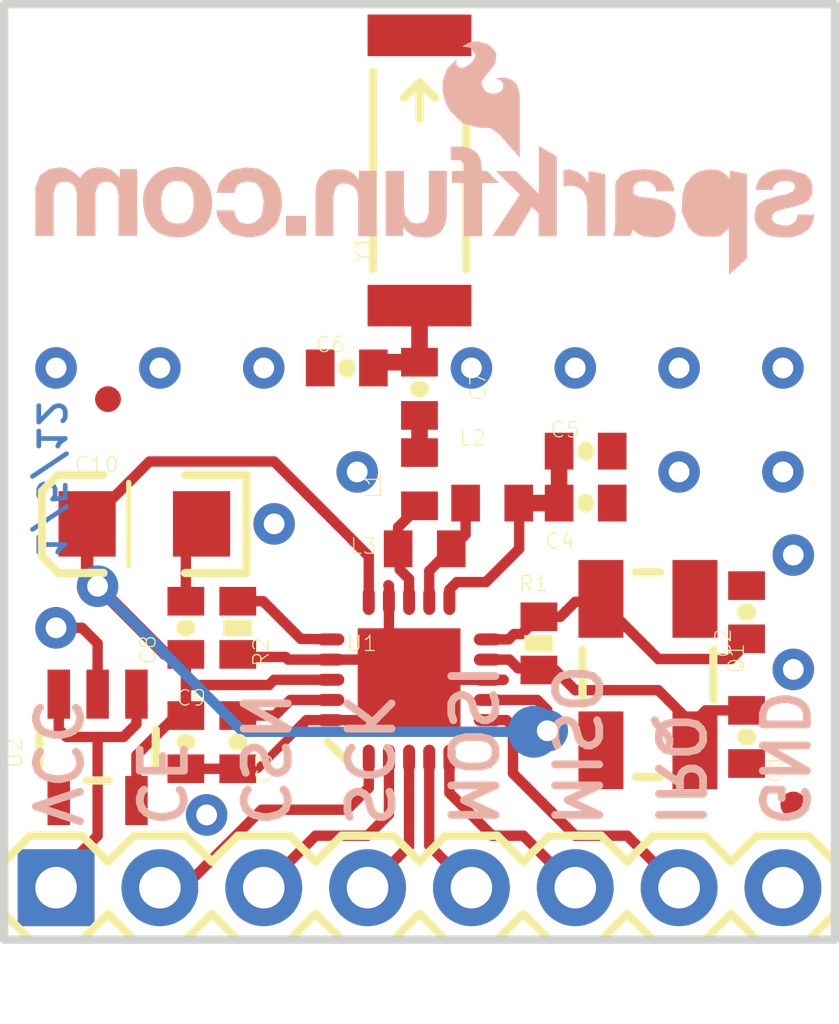
<source format=kicad_pcb>
(kicad_pcb (version 20211014) (generator pcbnew)
  (layers (0 "F.Cu" signal) (31 "B.Cu" signal) (34 "B.Paste" user) (35 "F.Paste" user) (36 "B.SilkS" user "B.Silkscreen") (37 "F.SilkS" user "F.Silkscreen") (38 "B.Mask" user) (39 "F.Mask" user) (44 "Edge.Cuts" user))
  (net 0 "")
  (net 1 "GND")
  (net 2 "VCC")
  (net 3 "N$1")
  (net 4 "N$2")
  (net 5 "N$6")
  (net 6 "N$7")
  (net 7 "N$4")
  (net 8 "N$5")
  (net 9 "ANT")
  (net 10 "N$3")
  (net 11 "N$9")
  (net 12 "CE")
  (net 13 "CSN")
  (net 14 "SCK")
  (net 15 "MOSI")
  (net 16 "MISO")
  (net 17 "IQR")
  (net 18 "RAW")
  (footprint "boardEagle:C0402" (layer "F.Cu") (at 150.2791 105.7656 180)
    (fp_text reference "L2" (at 0.127 1.5875) (layer "F.SilkS") (effects (font (size 0.376489 0.376489) (thickness 0.029911)) (justify right)))
    (fp_text value "2.7nH")
    (pad "1" smd rect (at -0.65 0 180) (size 0.7 0.9) (layers "F.Cu" "F.Paste" "F.Mask") (net 6 "N$7"))
    (pad "2" smd rect (at 0.65 0 180) (size 0.7 0.9) (layers "F.Cu" "F.Paste" "F.Mask") (net 10 "N$3"))
  )
  (footprint "boardEagle:EIA3216" (layer "F.Cu") (at 141.7701 106.2736 180)
    (fp_text reference "C10" (at 1.733 1.445) (layer "F.SilkS") (effects (font (size 0.376489 0.376489) (thickness 0.029911)) (justify left)))
    (fp_text value "10uF")
    (pad "A" smd rect (at 1.4 0 270) (size 1.6 1.4) (layers "F.Cu" "F.Paste" "F.Mask") (net 2 "VCC"))
    (pad "C" smd rect (at -1.4 0 270) (size 1.6 1.4) (layers "F.Cu" "F.Paste" "F.Mask") (net 1 "GND"))
  )
  (footprint "boardEagle:0402-RES" (layer "F.Cu") (at 151.4221 109.1946 90)
    (fp_text reference "R1" (at 1.4605 0.254) (layer "F.SilkS") (effects (font (size 0.376489 0.376489) (thickness 0.029911)) (justify right)))
    (fp_text value "1M")
    (pad "1" smd rect (at -0.65 0 90) (size 0.7 0.9) (layers "F.Cu" "F.Paste" "F.Mask") (net 3 "N$1"))
    (pad "2" smd rect (at 0.65 0 90) (size 0.7 0.9) (layers "F.Cu" "F.Paste" "F.Mask") (net 4 "N$2"))
  )
  (footprint "boardEagle:CRYSTAL-SMD-5X3" (layer "F.Cu") (at 154.0891 109.9566 90)
    (fp_text reference "Q1" (at 0 2.159 90) (layer "F.SilkS") (effects (font (size 0.376489 0.376489) (thickness 0.029911)) (justify left)))
    (fp_text value "16MHz")
    (pad "1" smd rect (at -1.85 1.15 90) (size 1.9 1.1) (layers "F.Cu" "F.Paste" "F.Mask") (net 3 "N$1"))
    (pad "2" smd rect (at 1.85 1.15 90) (size 1.9 1.1) (layers "F.Cu" "F.Paste" "F.Mask"))
    (pad "3" smd rect (at 1.85 -1.15 90) (size 1.9 1.1) (layers "F.Cu" "F.Paste" "F.Mask") (net 4 "N$2"))
    (pad "4" smd rect (at -1.85 -1.15 90) (size 1.9 1.1) (layers "F.Cu" "F.Paste" "F.Mask"))
  )
  (footprint "boardEagle:MICRO-FIDUCIAL" (layer "F.Cu") (at 157.6451 113.1316)
    (fp_text reference "JP3" hide)
    (fp_text value "FIDUCIALUFIDUCIAL" hide)
    (pad "1" smd roundrect (at 0 0) (size 0.635 0.635) (layers "F.Cu" "F.Mask") (roundrect_rratio 0.5))
  )
  (footprint "boardEagle:0402-CAP" (layer "F.Cu") (at 144.0561 111.6076 -90)
    (fp_text reference "C3" (at 0.254 -0.6477 90) (layer "F.SilkS") (effects (font (size 0.376489 0.376489) (thickness 0.029911)) (justify right)))
    (fp_text value "33nF")
    (pad "1" smd rect (at -0.65 0 270) (size 0.7 0.9) (layers "F.Cu" "F.Paste" "F.Mask") (net 8 "N$5"))
    (pad "2" smd rect (at 0.65 0 270) (size 0.7 0.9) (layers "F.Cu" "F.Paste" "F.Mask") (net 1 "GND"))
  )
  (footprint "boardEagle:0402-CAP" (layer "F.Cu") (at 148.5005 102.9732 90)
    (fp_text reference "C7" (at -0.3302 1.4351 90) (layer "F.SilkS") (effects (font (size 0.376489 0.376489) (thickness 0.029911)) (justify left)))
    (fp_text value "1.5pF")
    (pad "1" smd rect (at -0.65 0 90) (size 0.7 0.9) (layers "F.Cu" "F.Paste" "F.Mask") (net 11 "N$9"))
    (pad "2" smd rect (at 0.65 0 90) (size 0.7 0.9) (layers "F.Cu" "F.Paste" "F.Mask") (net 9 "ANT"))
  )
  (footprint "boardEagle:1X08" (layer "F.Cu") (at 139.6111 115.1636)
    (fp_text reference "JP1" hide)
    (fp_text value "")
    (pad "1" thru_hole rect (at 0 0 90) (size 1.8796 1.8796) (drill 1.016) (layers *.Cu *.Mask) (net 18 "RAW"))
    (pad "2" thru_hole circle (at 2.54 0 90) (size 1.8796 1.8796) (drill 1.016) (layers *.Cu *.Mask) (net 12 "CE"))
    (pad "3" thru_hole circle (at 5.08 0 90) (size 1.8796 1.8796) (drill 1.016) (layers *.Cu *.Mask) (net 13 "CSN"))
    (pad "4" thru_hole circle (at 7.62 0 90) (size 1.8796 1.8796) (drill 1.016) (layers *.Cu *.Mask) (net 14 "SCK"))
    (pad "5" thru_hole circle (at 10.16 0 90) (size 1.8796 1.8796) (drill 1.016) (layers *.Cu *.Mask) (net 15 "MOSI"))
    (pad "6" thru_hole circle (at 12.7 0 90) (size 1.8796 1.8796) (drill 1.016) (layers *.Cu *.Mask) (net 16 "MISO"))
    (pad "7" thru_hole circle (at 15.24 0 90) (size 1.8796 1.8796) (drill 1.016) (layers *.Cu *.Mask) (net 17 "IQR"))
    (pad "8" thru_hole circle (at 17.78 0 90) (size 1.8796 1.8796) (drill 1.016) (layers *.Cu *.Mask) (net 1 "GND"))
  )
  (footprint "boardEagle:0402-CAP" (layer "F.Cu") (at 152.5653 105.7655)
    (fp_text reference "C4" (at -1.016 0.9271) (layer "F.SilkS") (effects (font (size 0.376489 0.376489) (thickness 0.029911)) (justify left)))
    (fp_text value "2.2nF")
    (pad "1" smd rect (at -0.65 0) (size 0.7 0.9) (layers "F.Cu" "F.Paste" "F.Mask") (net 6 "N$7"))
    (pad "2" smd rect (at 0.65 0) (size 0.7 0.9) (layers "F.Cu" "F.Paste" "F.Mask") (net 1 "GND"))
  )
  (footprint "boardEagle:QFN20_ALT1" (layer "F.Cu") (at 148.2464 110.083 90)
    (fp_text reference "U1" (at 0.8877 -0.7619) (layer "F.SilkS") (effects (font (size 0.376489 0.376489) (thickness 0.029911)) (justify right)))
    (fp_text value "NRF24L01ALT1")
    (pad "0" smd rect (at 0 0 270) (size 2.5146 2.5146) (layers "F.Cu" "F.Mask") (net 1 "GND"))
    (pad "1" smd roundrect (at -1.9254 -0.9863 90) (size 0.6858 0.2934) (layers "F.Cu" "F.Paste" "F.Mask") (roundrect_rratio 0.5) (net 12 "CE"))
    (pad "2" smd roundrect (at -1.9254 -0.4931 90) (size 0.6858 0.2934) (layers "F.Cu" "F.Paste" "F.Mask") (roundrect_rratio 0.5) (net 13 "CSN"))
    (pad "3" smd roundrect (at -1.9254 0 90) (size 0.6858 0.2934) (layers "F.Cu" "F.Paste" "F.Mask") (roundrect_rratio 0.5) (net 14 "SCK"))
    (pad "4" smd roundrect (at -1.9254 0.4931 90) (size 0.6858 0.2934) (layers "F.Cu" "F.Paste" "F.Mask") (roundrect_rratio 0.5) (net 15 "MOSI"))
    (pad "5" smd roundrect (at -1.9254 0.9863 270) (size 0.6858 0.2934) (layers "F.Cu" "F.Paste" "F.Mask") (roundrect_rratio 0.5) (net 16 "MISO"))
    (pad "6" smd roundrect (at -0.9863 1.9254) (size 0.6858 0.2934) (layers "F.Cu" "F.Paste" "F.Mask") (roundrect_rratio 0.5) (net 17 "IQR"))
    (pad "7" smd roundrect (at -0.4931 1.9254) (size 0.6858 0.2934) (layers "F.Cu" "F.Paste" "F.Mask") (roundrect_rratio 0.5) (net 2 "VCC"))
    (pad "8" smd roundrect (at 0 1.9254) (size 0.6858 0.2934) (layers "F.Cu" "F.Paste" "F.Mask") (roundrect_rratio 0.5) (net 1 "GND"))
    (pad "9" smd roundrect (at 0.4931 1.9254 180) (size 0.6858 0.2934) (layers "F.Cu" "F.Paste" "F.Mask") (roundrect_rratio 0.5) (net 3 "N$1"))
    (pad "10" smd roundrect (at 0.9863 1.9254 180) (size 0.6858 0.2934) (layers "F.Cu" "F.Paste" "F.Mask") (roundrect_rratio 0.5) (net 4 "N$2"))
    (pad "11" smd roundrect (at 1.9254 0.9862 270) (size 0.6858 0.2934) (layers "F.Cu" "F.Paste" "F.Mask") (roundrect_rratio 0.5) (net 6 "N$7"))
    (pad "12" smd roundrect (at 1.9254 0.4931 270) (size 0.6858 0.2934) (layers "F.Cu" "F.Paste" "F.Mask") (roundrect_rratio 0.5) (net 10 "N$3"))
    (pad "13" smd roundrect (at 1.9254 0 90) (size 0.6858 0.2934) (layers "F.Cu" "F.Paste" "F.Mask") (roundrect_rratio 0.5) (net 5 "N$6"))
    (pad "14" smd roundrect (at 1.9254 -0.4931 90) (size 0.6858 0.2934) (layers "F.Cu" "F.Paste" "F.Mask") (roundrect_rratio 0.5) (net 1 "GND"))
    (pad "15" smd roundrect (at 1.9254 -0.9863 90) (size 0.6858 0.2934) (layers "F.Cu" "F.Paste" "F.Mask") (roundrect_rratio 0.5) (net 2 "VCC"))
    (pad "16" smd roundrect (at 0.9863 -1.9254 180) (size 0.6858 0.2934) (layers "F.Cu" "F.Paste" "F.Mask") (roundrect_rratio 0.5) (net 7 "N$4"))
    (pad "17" smd roundrect (at 0.4931 -1.9254) (size 0.6858 0.2934) (layers "F.Cu" "F.Paste" "F.Mask") (roundrect_rratio 0.5) (net 1 "GND"))
    (pad "18" smd roundrect (at 0 -1.9254 180) (size 0.6858 0.2934) (layers "F.Cu" "F.Paste" "F.Mask") (roundrect_rratio 0.5) (net 2 "VCC"))
    (pad "19" smd roundrect (at -0.4932 -1.9254 180) (size 0.6858 0.2934) (layers "F.Cu" "F.Paste" "F.Mask") (roundrect_rratio 0.5) (net 8 "N$5"))
    (pad "20" smd roundrect (at -0.9863 -1.9254 180) (size 0.6858 0.2934) (layers "F.Cu" "F.Paste" "F.Mask") (roundrect_rratio 0.5) (net 1 "GND"))
  )
  (footprint "boardEagle:0402-CAP" (layer "F.Cu") (at 146.7231 102.4636)
    (fp_text reference "C6" (at -0.7874 -0.5715) (layer "F.SilkS") (effects (font (size 0.376489 0.376489) (thickness 0.029911)) (justify left)))
    (fp_text value "1.0pF")
    (pad "1" smd rect (at -0.65 0) (size 0.7 0.9) (layers "F.Cu" "F.Paste" "F.Mask") (net 1 "GND"))
    (pad "2" smd rect (at 0.65 0) (size 0.7 0.9) (layers "F.Cu" "F.Paste" "F.Mask") (net 9 "ANT"))
  )
  (footprint "boardEagle:ANTENNA-CHIP5" (layer "F.Cu") (at 148.5014 97.6377 90)
    (fp_text reference "Y1" (at -2.286 -1.397 90) (layer "F.SilkS") (effects (font (size 0.376489 0.376489) (thickness 0.029911)) (justify left)))
    (fp_text value "ANTENNA2SMD5")
    (pad "FEED" smd rect (at -3.302 0 270) (size 1.016 2.54) (layers "F.Cu" "F.Paste" "F.Mask") (net 9 "ANT"))
    (pad "NC" smd rect (at 3.302 0 270) (size 1.016 2.54) (layers "F.Cu" "F.Paste" "F.Mask"))
  )
  (footprint "boardEagle:PAD-0.008" (layer "F.Cu") (at 150.5585 110.0836)
    (fp_text reference "U$4" hide)
    (fp_text value "PAD" hide)
    (pad "P$1" smd roundrect (at 0 0) (size 0.2032 0.2032) (layers "F.Cu") (roundrect_rratio 0.5) (net 1 "GND"))
  )
  (footprint "boardEagle:SOT23-5" (layer "F.Cu") (at 140.6271 111.7346 180)
    (fp_text reference "U2" (at 2.032 0.254 90) (layer "F.SilkS") (effects (font (size 0.376489 0.376489) (thickness 0.029911)) (justify right)))
    (fp_text value "3.3V")
    (pad "1" smd rect (at -0.95 1.3001 180) (size 0.55 1.2) (layers "F.Cu" "F.Paste" "F.Mask") (net 18 "RAW"))
    (pad "2" smd rect (at 0 1.3001 180) (size 0.55 1.2) (layers "F.Cu" "F.Paste" "F.Mask") (net 1 "GND"))
    (pad "3" smd rect (at 0.95 1.3001 180) (size 0.55 1.2) (layers "F.Cu" "F.Paste" "F.Mask") (net 18 "RAW"))
    (pad "4" smd rect (at 0.95 -1.3001 180) (size 0.55 1.2) (layers "F.Cu" "F.Paste" "F.Mask"))
    (pad "5" smd rect (at -0.95 -1.3001 180) (size 0.55 1.2) (layers "F.Cu" "F.Paste" "F.Mask") (net 2 "VCC"))
  )
  (footprint "boardEagle:0402-CAP" (layer "F.Cu") (at 156.5021 108.4326 90)
    (fp_text reference "C2" (at -1.143 -0.5715 90) (layer "F.SilkS") (effects (font (size 0.376489 0.376489) (thickness 0.029911)) (justify left)))
    (fp_text value "22pF")
    (pad "1" smd rect (at -0.65 0 90) (size 0.7 0.9) (layers "F.Cu" "F.Paste" "F.Mask") (net 4 "N$2"))
    (pad "2" smd rect (at 0.65 0 90) (size 0.7 0.9) (layers "F.Cu" "F.Paste" "F.Mask") (net 1 "GND"))
  )
  (footprint "boardEagle:0402-RES" (layer "F.Cu") (at 144.0561 108.8136 -90)
    (fp_text reference "R2" (at 0.2032 -0.5715 90) (layer "F.SilkS") (effects (font (size 0.376489 0.376489) (thickness 0.029911)) (justify right)))
    (fp_text value "22K")
    (pad "1" smd rect (at -0.65 0 270) (size 0.7 0.9) (layers "F.Cu" "F.Paste" "F.Mask") (net 7 "N$4"))
    (pad "2" smd rect (at 0.65 0 270) (size 0.7 0.9) (layers "F.Cu" "F.Paste" "F.Mask") (net 1 "GND"))
  )
  (footprint "boardEagle:C0402" (layer "F.Cu") (at 148.6281 106.8832 180)
    (fp_text reference "L3" (at 1.143 0.0635) (layer "F.SilkS") (effects (font (size 0.376489 0.376489) (thickness 0.029911)) (justify right)))
    (fp_text value "8.2nH")
    (pad "1" smd rect (at -0.65 0 180) (size 0.7 0.9) (layers "F.Cu" "F.Paste" "F.Mask") (net 10 "N$3"))
    (pad "2" smd rect (at 0.65 0 180) (size 0.7 0.9) (layers "F.Cu" "F.Paste" "F.Mask") (net 5 "N$6"))
  )
  (footprint "boardEagle:0402-CAP" (layer "F.Cu") (at 152.5651 104.4962)
    (fp_text reference "C5" (at -0.889 -0.5207) (layer "F.SilkS") (effects (font (size 0.376489 0.376489) (thickness 0.029911)) (justify left)))
    (fp_text value "4.7pF")
    (pad "1" smd rect (at -0.65 0) (size 0.7 0.9) (layers "F.Cu" "F.Paste" "F.Mask") (net 6 "N$7"))
    (pad "2" smd rect (at 0.65 0) (size 0.7 0.9) (layers "F.Cu" "F.Paste" "F.Mask") (net 1 "GND"))
  )
  (footprint "boardEagle:C0402" (layer "F.Cu") (at 148.5014 105.1821 90)
    (fp_text reference "L1" (at -0.508 -1.1303 90) (layer "F.SilkS") (effects (font (size 0.376489 0.376489) (thickness 0.029911)) (justify left)))
    (fp_text value "3.9nH")
    (pad "1" smd rect (at -0.65 0 90) (size 0.7 0.9) (layers "F.Cu" "F.Paste" "F.Mask") (net 5 "N$6"))
    (pad "2" smd rect (at 0.65 0 90) (size 0.7 0.9) (layers "F.Cu" "F.Paste" "F.Mask") (net 11 "N$9"))
  )
  (footprint "boardEagle:0402-CAP" (layer "F.Cu") (at 142.7861 108.8136 -90)
    (fp_text reference "C8" (at 0.1524 0.9271 90) (layer "F.SilkS") (effects (font (size 0.376489 0.376489) (thickness 0.029911)) (justify right)))
    (fp_text value "10nF")
    (pad "1" smd rect (at -0.65 0 270) (size 0.7 0.9) (layers "F.Cu" "F.Paste" "F.Mask") (net 1 "GND"))
    (pad "2" smd rect (at 0.65 0 270) (size 0.7 0.9) (layers "F.Cu" "F.Paste" "F.Mask") (net 2 "VCC"))
  )
  (footprint "boardEagle:MICRO-FIDUCIAL" (layer "F.Cu") (at 140.8811 103.2256)
    (fp_text reference "JP2" hide)
    (fp_text value "FIDUCIALUFIDUCIAL" hide)
    (pad "1" smd roundrect (at 0 0) (size 0.635 0.635) (layers "F.Cu" "F.Mask") (roundrect_rratio 0.5))
  )
  (footprint "boardEagle:0402-CAP" (layer "F.Cu") (at 142.7861 111.6076 90)
    (fp_text reference "C9" (at 1.0795 -0.254) (layer "F.SilkS") (effects (font (size 0.376489 0.376489) (thickness 0.029911)) (justify left)))
    (fp_text value "1nF")
    (pad "1" smd rect (at -0.65 0 90) (size 0.7 0.9) (layers "F.Cu" "F.Paste" "F.Mask") (net 1 "GND"))
    (pad "2" smd rect (at 0.65 0 90) (size 0.7 0.9) (layers "F.Cu" "F.Paste" "F.Mask") (net 2 "VCC"))
  )
  (footprint "boardEagle:0402-CAP" (layer "F.Cu") (at 156.5021 111.4806 -90)
    (fp_text reference "C1" (at 0.381 -0.6985 90) (layer "F.SilkS") (effects (font (size 0.376489 0.376489) (thickness 0.029911)) (justify right)))
    (fp_text value "22pF")
    (pad "1" smd rect (at -0.65 0 270) (size 0.7 0.9) (layers "F.Cu" "F.Paste" "F.Mask") (net 3 "N$1"))
    (pad "2" smd rect (at 0.65 0 270) (size 0.7 0.9) (layers "F.Cu" "F.Paste" "F.Mask") (net 1 "GND"))
  )
  (footprint "boardEagle:PAD-0.008" (layer "F.Cu") (at 147.7391 107.7722)
    (fp_text reference "U$1" hide)
    (fp_text value "PAD" hide)
    (pad "P$1" smd roundrect (at 0 0) (size 0.2032 0.2032) (layers "F.Cu") (roundrect_rratio 0.5) (net 1 "GND"))
  )
  (footprint "boardEagle:PAD.03X.05" (layer "B.Cu") (at 151.2951 111.3536 180)
    (fp_text reference "TP1" hide)
    (fp_text value "" hide)
    (pad "P$1" smd roundrect (at 0 0 180) (size 1.27 1.27) (layers "B.Cu" "B.Mask") (roundrect_rratio 0.5) (net 2 "VCC"))
  )
  (footprint "boardEagle:SFE-NEW-WEBLOGO" (layer "B.Cu") (at 158.1531 100.1776 180)
    (fp_text reference "U$5" hide)
    (fp_text value "LOGO-SFENEW" hide)
  )
  (gr_line (start 158.6611 93.5736) (end 138.3411 93.5736) (layer "Edge.Cuts") (width 0.2032))
  (gr_line (start 138.3411 116.4336) (end 158.6611 116.4336) (layer "Edge.Cuts") (width 0.2032))
  (gr_line (start 138.3411 93.5736) (end 138.3411 116.4336) (layer "Edge.Cuts") (width 0.2032))
  (gr_line (start 158.6611 116.4336) (end 158.6611 93.5736) (layer "Edge.Cuts") (width 0.2032))
  (gr_text "1/5/12" (at 139.1031 107.1626 -90) (layer "B.Cu") (effects (font (size 0.6477 0.6477) (thickness 0.1143)) (justify left bottom mirror)))
  (gr_text "VCC" (at 138.9761 113.7666 -90) (layer "B.SilkS") (effects (font (size 1.0795 1.0795) (thickness 0.1905)) (justify left bottom mirror)))
  (gr_text "CE" (at 141.5161 113.7666 -90) (layer "B.SilkS") (effects (font (size 1.0795 1.0795) (thickness 0.1905)) (justify left bottom mirror)))
  (gr_text "MISO" (at 151.6761 113.7666 -90) (layer "B.SilkS") (effects (font (size 1.0795 1.0795) (thickness 0.1905)) (justify left bottom mirror)))
  (gr_text "CSN" (at 144.0561 113.7666 -90) (layer "B.SilkS") (effects (font (size 1.0795 1.0795) (thickness 0.1905)) (justify left bottom mirror)))
  (gr_text "SCK" (at 146.5961 113.7666 -90) (layer "B.SilkS") (effects (font (size 1.0795 1.0795) (thickness 0.1905)) (justify left bottom mirror)))
  (gr_text "GND" (at 156.7561 113.7666 -90) (layer "B.SilkS") (effects (font (size 1.0795 1.0795) (thickness 0.1905)) (justify left bottom mirror)))
  (gr_text "MOSI" (at 149.1361 113.7666 -90) (layer "B.SilkS") (effects (font (size 1.0795 1.0795) (thickness 0.1905)) (justify left bottom mirror)))
  (gr_text "IRQ" (at 154.2161 113.7666 -90) (layer "B.SilkS") (effects (font (size 1.0795 1.0795) (thickness 0.1905)) (justify left bottom mirror)))
  (segment (start 148.2464 110.083) (end 147.7533 109.5899) (width 0.254) (layer "F.Cu") (net 1))
  (segment (start 147.7533 108.1576) (end 147.7533 107.7864) (width 0.254) (layer "F.Cu") (net 1))
  (segment (start 144.0411 112.2576) (end 144.0561 112.2426) (width 0.254) (layer "F.Cu") (net 1))
  (segment (start 142.7861 106.5276) (end 143.1701 106.2736) (width 0.254) (layer "F.Cu") (net 1))
  (segment (start 145.4531 111.3536) (end 145.7374 111.0693) (width 0.254) (layer "F.Cu") (net 1))
  (segment (start 142.7861 108.1636) (end 142.7861 106.5276) (width 0.254) (layer "F.Cu") (net 1))
  (segment (start 140.2461 108.8136) (end 139.6111 108.8136) (width 0.254) (layer "F.Cu") (net 1))
  (segment (start 150.5585 110.0836) (end 148.5011 110.0836) (width 0.254) (layer "F.Cu") (net 1))
  (segment (start 145.2245 109.5248) (end 144.1173 109.5248) (width 0.254) (layer "F.Cu") (net 1))
  (segment (start 140.6271 110.4345) (end 140.6271 109.1946) (width 0.254) (layer "F.Cu") (net 1))
  (segment (start 146.321 109.5899) (end 145.2896 109.5899) (width 0.254) (layer "F.Cu") (net 1))
  (segment (start 147.7533 109.5899) (end 146.321 109.5899) (width 0.254) (layer "F.Cu") (net 1))
  (segment (start 142.7861 112.2576) (end 144.0411 112.2576) (width 0.254) (layer "F.Cu") (net 1))
  (segment (start 144.0561 112.2426) (end 144.0561 112.2576) (width 0.254) (layer "F.Cu") (net 1))
  (segment (start 147.7533 109.5899) (end 147.7533 108.1576) (width 0.254) (layer "F.Cu") (net 1))
  (segment (start 146.321 111.0693) (end 147.2601 111.0693) (width 0.254) (layer "F.Cu") (net 1))
  (segment (start 147.2601 111.0693) (end 148.2464 110.083) (width 0.254) (layer "F.Cu") (net 1))
  (segment (start 145.7374 111.0693) (end 146.321 111.0693) (width 0.254) (layer "F.Cu") (net 1))
  (segment (start 144.1173 109.5248) (end 144.0561 109.4636) (width 0.254) (layer "F.Cu") (net 1))
  (segment (start 140.6271 109.1946) (end 140.2461 108.8136) (width 0.254) (layer "F.Cu") (net 1))
  (segment (start 144.0411 112.2576) (end 144.5491 112.2576) (width 0.2032) (layer "F.Cu") (net 1))
  (segment (start 147.7533 107.7864) (end 147.7391 107.7722) (width 0.254) (layer "F.Cu") (net 1))
  (segment (start 150.1718 110.083) (end 150.5579 110.083) (width 0.254) (layer "F.Cu") (net 1))
  (segment (start 145.2896 109.5899) (end 145.2245 109.5248) (width 0.254) (layer "F.Cu") (net 1))
  (segment (start 150.5579 110.083) (end 150.5585 110.0836) (width 0.254) (layer "F.Cu") (net 1))
  (segment (start 144.5491 112.2576) (end 145.4531 111.3536) (width 0.2032) (layer "F.Cu") (net 1))
  (via (at 139.6111 102.4636) (size 1.016) (drill 0.508) (layers "F.Cu" "B.Cu") (net 1))
  (via (at 154.8511 105.0036) (size 1.016) (drill 0.508) (layers "F.Cu" "B.Cu") (net 1))
  (via (at 157.6451 109.8296) (size 1.016) (drill 0.508) (layers "F.Cu" "B.Cu") (net 1))
  (via (at 157.3911 102.4636) (size 1.016) (drill 0.508) (layers "F.Cu" "B.Cu") (net 1))
  (via (at 146.9771 105.0036) (size 1.016) (drill 0.508) (layers "F.Cu" "B.Cu") (net 1))
  (via (at 143.2941 113.3856) (size 1.016) (drill 0.508) (layers "F.Cu" "B.Cu") (net 1))
  (via (at 157.6451 107.0356) (size 1.016) (drill 0.508) (layers "F.Cu" "B.Cu") (net 1))
  (via (at 157.3911 105.0036) (size 1.016) (drill 0.508) (layers "F.Cu" "B.Cu") (net 1))
  (via (at 139.6111 108.8136) (size 1.016) (drill 0.508) (layers "F.Cu" "B.Cu") (net 1))
  (via (at 152.3111 102.4636) (size 1.016) (drill 0.508) (layers "F.Cu" "B.Cu") (net 1))
  (via (at 149.7711 102.4636) (size 1.016) (drill 0.508) (layers "F.Cu" "B.Cu") (net 1))
  (via (at 144.9451 106.2736) (size 1.016) (drill 0.508) (layers "F.Cu" "B.Cu") (net 1))
  (via (at 154.8511 102.4636) (size 1.016) (drill 0.508) (layers "F.Cu" "B.Cu") (net 1))
  (via (at 144.6911 102.4636) (size 1.016) (drill 0.508) (layers "F.Cu" "B.Cu") (net 1))
  (via (at 142.1511 102.4636) (size 1.016) (drill 0.508) (layers "F.Cu" "B.Cu") (net 1))
  (segment (start 142.2781 109.4486) (end 140.6271 107.7976) (width 0.3048) (layer "F.Cu") (net 2))
  (segment (start 140.3731 106.2736) (end 141.8971 104.7496) (width 0.254) (layer "F.Cu") (net 2))
  (segment (start 140.3701 107.5406) (end 140.3701 106.2736) (width 0.3048) (layer "F.Cu") (net 2))
  (segment (start 142.5471 110.9576) (end 142.7861 110.9576) (width 0.254) (layer "F.Cu") (net 2))
  (segment (start 142.7861 110.2106) (end 144.8181 110.2106) (width 0.254) (layer "F.Cu") (net 2))
  (segment (start 144.9457 110.083) (end 146.321 110.083) (width 0.254) (layer "F.Cu") (net 2))
  (segment (start 144.8181 110.2106) (end 144.9457 110.083) (width 0.254) (layer "F.Cu") (net 2))
  (segment (start 144.9451 104.7496) (end 147.2601 107.0646) (width 0.254) (layer "F.Cu") (net 2))
  (segment (start 140.6271 107.7976) (end 140.3701 107.5406) (width 0.3048) (layer "F.Cu") (net 2))
  (segment (start 151.6253 111.3282) (end 151.6253 110.8202) (width 0.254) (layer "F.Cu") (net 2))
  (segment (start 142.7861 109.4486) (end 142.7861 109.4636) (width 0.3048) (layer "F.Cu") (net 2))
  (segment (start 141.5771 111.9276) (end 142.5471 110.9576) (width 0.254) (layer "F.Cu") (net 2))
  (segment (start 140.3701 106.2736) (end 140.3731 106.2736) (width 0.254) (layer "F.Cu") (net 2))
  (segment (start 142.7861 110.2106) (end 142.7861 109.4486) (width 0.254) (layer "F.Cu") (net 2))
  (segment (start 151.3812 110.5761) (end 150.1718 110.5761) (width 0.254) (layer "F.Cu") (net 2))
  (segment (start 141.8971 104.7496) (end 144.9451 104.7496) (width 0.254) (layer "F.Cu") (net 2))
  (segment (start 142.7861 110.9576) (end 142.7861 110.2106) (width 0.254) (layer "F.Cu") (net 2))
  (segment (start 151.6253 110.8202) (end 151.3812 110.5761) (width 0.254) (layer "F.Cu") (net 2))
  (segment (start 142.7861 109.4486) (end 142.2781 109.4486) (width 0.3048) (layer "F.Cu") (net 2))
  (segment (start 147.2601 107.0646) (end 147.2601 108.1576) (width 0.254) (layer "F.Cu") (net 2))
  (segment (start 141.5771 113.0347) (end 141.5771 111.9276) (width 0.254) (layer "F.Cu") (net 2))
  (via (at 151.6253 111.3282) (size 1.016) (drill 0.508) (layers "F.Cu" "B.Cu") (net 2))
  (via (at 140.6271 107.7976) (size 1.016) (drill 0.508) (layers "F.Cu" "B.Cu") (net 2))
  (segment (start 151.2951 111.3536) (end 151.4221 111.3536) (width 0.254) (layer "B.Cu") (net 2))
  (segment (start 151.4221 111.3536) (end 151.6253 111.3282) (width 0.254) (layer "B.Cu") (net 2))
  (segment (start 144.1831 111.3536) (end 151.2951 111.3536) (width 0.254) (layer "B.Cu") (net 2))
  (segment (start 140.6271 107.7976) (end 144.1831 111.3536) (width 0.254) (layer "B.Cu") (net 2))
  (segment (start 151.4221 109.8446) (end 151.8181 109.8446) (width 0.254) (layer "F.Cu") (net 3))
  (segment (start 155.1686 111.1631) (end 155.2321 111.2266) (width 0.254) (layer "F.Cu") (net 3))
  (segment (start 150.1718 109.5899) (end 150.6998 109.5899) (width 0.254) (layer "F.Cu") (net 3))
  (segment (start 151.4221 109.8446) (end 151.4221 109.8296) (width 0.254) (layer "F.Cu") (net 3))
  (segment (start 155.5011 110.8306) (end 156.5021 110.8306) (width 0.254) (layer "F.Cu") (net 3))
  (segment (start 155.2321 111.2266) (end 155.2321 111.4806) (width 0.254) (layer "F.Cu") (net 3))
  (segment (start 155.2321 111.7346) (end 155.2391 111.7416) (width 0.254) (layer "F.Cu") (net 3))
  (segment (start 155.2321 111.4806) (end 155.2321 111.7346) (width 0.254) (layer "F.Cu") (net 3))
  (segment (start 155.3591 111.4806) (end 155.6281 111.2116) (width 0.254) (layer "F.Cu") (net 3))
  (segment (start 155.2321 111.4806) (end 155.3591 111.4806) (width 0.254) (layer "F.Cu") (net 3))
  (segment (start 151.3817 109.8042) (end 151.4221 109.8446) (width 0.254) (layer "F.Cu") (net 3))
  (segment (start 155.2391 111.7416) (end 155.2391 111.8066) (width 0.254) (layer "F.Cu") (net 3))
  (segment (start 150.6998 109.5899) (end 150.9141 109.8042) (width 0.254) (layer "F.Cu") (net 3))
  (segment (start 151.8181 109.8446) (end 152.3111 110.3376) (width 0.254) (layer "F.Cu") (net 3))
  (segment (start 155.1686 111.1631) (end 155.5011 110.8306) (width 0.254) (layer "F.Cu") (net 3))
  (segment (start 150.9141 109.8042) (end 151.3817 109.8042) (width 0.254) (layer "F.Cu") (net 3))
  (segment (start 152.3111 110.3376) (end 154.3431 110.3376) (width 0.254) (layer "F.Cu") (net 3))
  (segment (start 155.1686 111.1631) (end 155.1051 111.2266) (width 0.254) (layer "F.Cu") (net 3))
  (segment (start 154.3431 110.3376) (end 155.1686 111.1631) (width 0.254) (layer "F.Cu") (net 3))
  (segment (start 152.8191 108.1786) (end 152.9391 108.0586) (width 0.254) (layer "F.Cu") (net 4))
  (segment (start 156.5021 109.1946) (end 156.5021 109.0826) (width 0.254) (layer "F.Cu") (net 4))
  (segment (start 152.9391 108.0586) (end 152.9391 108.1066) (width 0.254) (layer "F.Cu") (net 4))
  (segment (start 154.3431 109.5756) (end 156.1211 109.5756) (width 0.254) (layer "F.Cu") (net 4))
  (segment (start 152.9391 108.1716) (end 154.3431 109.5756) (width 0.254) (layer "F.Cu") (net 4))
  (segment (start 151.0007 108.966) (end 151.4221 108.5446) (width 0.254) (layer "F.Cu") (net 4))
  (segment (start 151.4221 108.5446) (end 151.9451 108.5446) (width 0.254) (layer "F.Cu") (net 4))
  (segment (start 151.9451 108.5446) (end 152.3111 108.1786) (width 0.254) (layer "F.Cu") (net 4))
  (segment (start 152.3111 108.1786) (end 152.8191 108.1786) (width 0.254) (layer "F.Cu") (net 4))
  (segment (start 152.9461 108.0516) (end 152.9461 107.6706) (width 0.254) (layer "F.Cu") (net 4))
  (segment (start 152.9391 108.0586) (end 152.9461 108.0516) (width 0.254) (layer "F.Cu") (net 4))
  (segment (start 156.1211 109.5756) (end 156.5021 109.1946) (width 0.254) (layer "F.Cu") (net 4))
  (segment (start 150.1718 109.0967) (end 150.6818 109.0967) (width 0.254) (layer "F.Cu") (net 4))
  (segment (start 152.9391 108.1066) (end 152.9391 108.1716) (width 0.254) (layer "F.Cu") (net 4))
  (segment (start 150.8125 108.966) (end 151.0007 108.966) (width 0.254) (layer "F.Cu") (net 4))
  (segment (start 150.6818 109.0967) (end 150.8125 108.966) (width 0.254) (layer "F.Cu") (net 4))
  (segment (start 148.0185 106.9236) (end 147.9781 106.8832) (width 0.254) (layer "F.Cu") (net 5))
  (segment (start 147.9781 106.8832) (end 147.9781 106.3554) (width 0.254) (layer "F.Cu") (net 5))
  (segment (start 148.2464 108.1576) (end 148.2464 107.6191) (width 0.254) (layer "F.Cu") (net 5))
  (segment (start 148.2464 107.6191) (end 148.0185 107.3912) (width 0.254) (layer "F.Cu") (net 5))
  (segment (start 148.0185 107.3912) (end 148.0185 106.9236) (width 0.254) (layer "F.Cu") (net 5))
  (segment (start 147.9781 106.3554) (end 148.5014 105.8321) (width 0.254) (layer "F.Cu") (net 5))
  (segment (start 149.2326 108.1576) (end 149.2326 107.8789) (width 0.254) (layer "F.Cu") (net 6))
  (segment (start 151.9151 105.7835) (end 151.9151 104.4962) (width 0.4064) (layer "F.Cu") (net 6))
  (segment (start 151.9301 105.7656) (end 151.93 105.7655) (width 0.4064) (layer "F.Cu") (net 6))
  (segment (start 151.93 105.7655) (end 151.9153 105.7655) (width 0.4064) (layer "F.Cu") (net 6))
  (segment (start 150.1267 107.696) (end 150.9395 106.8832) (width 0.254) (layer "F.Cu") (net 6))
  (segment (start 149.4155 107.696) (end 150.1267 107.696) (width 0.254) (layer "F.Cu") (net 6))
  (segment (start 151.9153 105.7655) (end 151.9153 105.7833) (width 0.2032) (layer "F.Cu") (net 6))
  (segment (start 149.2326 107.8789) (end 149.4155 107.696) (width 0.254) (layer "F.Cu") (net 6))
  (segment (start 151.9151 105.7835) (end 151.915 105.7836) (width 0.2032) (layer "F.Cu") (net 6))
  (segment (start 150.9395 106.8832) (end 150.9395 105.776) (width 0.254) (layer "F.Cu") (net 6))
  (segment (start 150.9291 105.7656) (end 151.9301 105.7656) (width 0.4064) (layer "F.Cu") (net 6))
  (segment (start 151.9153 105.7833) (end 151.9151 105.7835) (width 0.2032) (layer "F.Cu") (net 6))
  (segment (start 150.9395 105.776) (end 150.9291 105.7656) (width 0.254) (layer "F.Cu") (net 6))
  (segment (start 145.5955 109.083) (end 146.321 109.0967) (width 0.254) (layer "F.Cu") (net 7))
  (segment (start 145.5955 109.083) (end 144.6761 108.1636) (width 0.254) (layer "F.Cu") (net 7))
  (segment (start 144.6761 108.1636) (end 144.0561 108.1636) (width 0.254) (layer "F.Cu") (net 7))
  (segment (start 144.9601 110.9576) (end 145.3415 110.5762) (width 0.254) (layer "F.Cu") (net 8))
  (segment (start 145.3415 110.5762) (end 146.321 110.5762) (width 0.254) (layer "F.Cu") (net 8))
  (segment (start 144.0561 110.9576) (end 144.9601 110.9576) (width 0.254) (layer "F.Cu") (net 8))
  (segment (start 148.5005 102.3232) (end 148.5005 102.2102) (width 0.4064) (layer "F.Cu") (net 9))
  (segment (start 148.5005 102.2102) (end 148.5014 102.2093) (width 0.4064) (layer "F.Cu") (net 9))
  (segment (start 147.6255 102.3232) (end 148.5005 102.3232) (width 0.4064) (layer "F.Cu") (net 9))
  (segment (start 147.3731 102.4636) (end 147.4851 102.4636) (width 0.2032) (layer "F.Cu") (net 9))
  (segment (start 148.5014 102.2093) (end 148.5014 100.9397) (width 0.4064) (layer "F.Cu") (net 9))
  (segment (start 147.4851 102.4636) (end 147.6255 102.3232) (width 0.2032) (layer "F.Cu") (net 9))
  (segment (start 148.7395 107.4218) (end 149.2781 106.8832) (width 0.254) (layer "F.Cu") (net 10))
  (segment (start 149.2781 106.8832) (end 149.6291 106.5322) (width 0.254) (layer "F.Cu") (net 10))
  (segment (start 148.7395 108.1576) (end 148.7395 107.4218) (width 0.254) (layer "F.Cu") (net 10))
  (segment (start 149.6291 106.5322) (end 149.6291 105.7656) (width 0.254) (layer "F.Cu") (net 10))
  (segment (start 148.5014 104.5321) (end 148.5014 103.7339) (width 0.4064) (layer "F.Cu") (net 11))
  (segment (start 148.5014 103.7339) (end 148.5005 103.733) (width 0.2032) (layer "F.Cu") (net 11))
  (segment (start 148.5005 103.733) (end 148.5005 103.6232) (width 0.2032) (layer "F.Cu") (net 11))
  (segment (start 147.2601 112.7216) (end 147.2601 112.0084) (width 0.254) (layer "F.Cu") (net 12))
  (segment (start 144.6403 113.2586) (end 146.7231 113.2586) (width 0.254) (layer "F.Cu") (net 12))
  (segment (start 146.7231 113.2586) (end 147.2601 112.7216) (width 0.254) (layer "F.Cu") (net 12))
  (segment (start 142.1511 115.1636) (end 142.1765 115.1382) (width 0.254) (layer "F.Cu") (net 12))
  (segment (start 142.1765 115.1382) (end 142.7607 115.1382) (width 0.254) (layer "F.Cu") (net 12))
  (segment (start 142.7607 115.1382) (end 144.6403 113.2586) (width 0.254) (layer "F.Cu") (net 12))
  (segment (start 147.7533 113.3714) (end 147.7533 112.0084) (width 0.254) (layer "F.Cu") (net 13))
  (segment (start 147.2311 113.8936) (end 147.7533 113.3714) (width 0.254) (layer "F.Cu") (net 13))
  (segment (start 144.6911 115.1636) (end 145.9611 113.8936) (width 0.254) (layer "F.Cu") (net 13))
  (segment (start 145.9611 113.8936) (end 147.2311 113.8936) (width 0.254) (layer "F.Cu") (net 13))
  (segment (start 147.2311 115.1636) (end 148.2464 114.1483) (width 0.254) (layer "F.Cu") (net 14))
  (segment (start 148.2464 114.1483) (end 148.2464 112.0084) (width 0.254) (layer "F.Cu") (net 14))
  (segment (start 149.7711 115.1636) (end 148.7395 114.132) (width 0.254) (layer "F.Cu") (net 15))
  (segment (start 148.7395 114.132) (end 148.7395 112.0084) (width 0.254) (layer "F.Cu") (net 15))
  (segment (start 149.2327 112.8472) (end 150.2791 113.8936) (width 0.254) (layer "F.Cu") (net 16))
  (segment (start 151.0411 113.8936) (end 152.3111 115.1636) (width 0.254) (layer "F.Cu") (net 16))
  (segment (start 149.2327 112.0084) (end 149.2327 112.8472) (width 0.254) (layer "F.Cu") (net 16))
  (segment (start 150.2791 113.8936) (end 151.0411 113.8936) (width 0.254) (layer "F.Cu") (net 16))
  (segment (start 150.6298 111.0693) (end 150.1718 111.0693) (width 0.254) (layer "F.Cu") (net 17))
  (segment (start 152.3111 113.8936) (end 153.5811 113.8936) (width 0.254) (layer "F.Cu") (net 17))
  (segment (start 150.7871 112.3696) (end 152.3111 113.8936) (width 0.254) (layer "F.Cu") (net 17))
  (segment (start 150.7871 112.3696) (end 150.7871 111.2266) (width 0.254) (layer "F.Cu") (net 17))
  (segment (start 150.7871 111.2266) (end 150.6298 111.0693) (width 0.254) (layer "F.Cu") (net 17))
  (segment (start 153.5811 113.8936) (end 154.8511 115.1636) (width 0.254) (layer "F.Cu") (net 17))
  (segment (start 141.5771 111.1656) (end 141.5771 110.4345) (width 0.254) (layer "F.Cu") (net 18))
  (segment (start 140.6271 113.8936) (end 140.6271 111.4806) (width 0.254) (layer "F.Cu") (net 18))
  (segment (start 141.2621 111.4806) (end 141.5771 111.1656) (width 0.254) (layer "F.Cu") (net 18))
  (segment (start 139.6111 115.1636) (end 139.6111 114.9096) (width 0.254) (layer "F.Cu") (net 18))
  (segment (start 139.8651 111.4806) (end 139.6771 111.2926) (width 0.254) (layer "F.Cu") (net 18))
  (segment (start 140.6271 111.4806) (end 139.8651 111.4806) (width 0.254) (layer "F.Cu") (net 18))
  (segment (start 139.6111 114.9096) (end 140.6271 113.8936) (width 0.254) (layer "F.Cu") (net 18))
  (segment (start 140.6271 111.4806) (end 141.2621 111.4806) (width 0.254) (layer "F.Cu") (net 18))
  (segment (start 139.6771 111.2926) (end 139.6771 110.4345) (width 0.254) (layer "F.Cu") (net 18))
)
</source>
